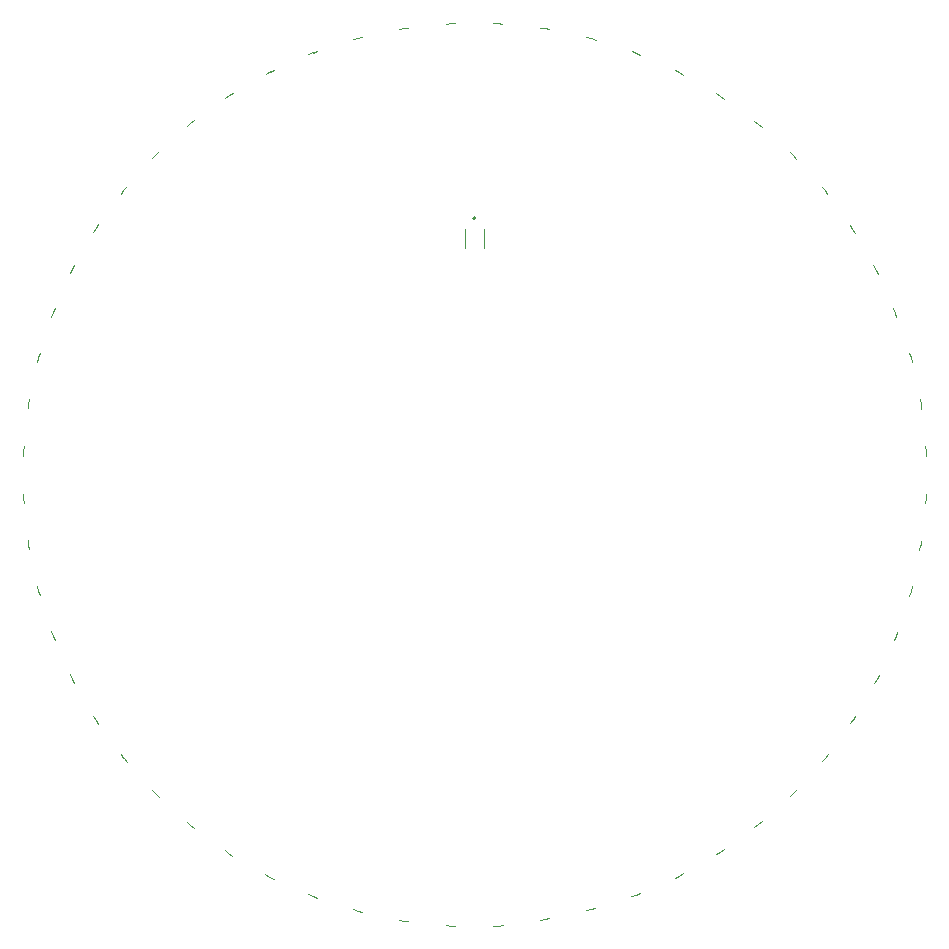
<source format=gto>
G04 #@! TF.GenerationSoftware,KiCad,Pcbnew,(5.1.5-0-10_14)*
G04 #@! TF.CreationDate,2021-01-17T15:29:47+09:00*
G04 #@! TF.ProjectId,LedClock,4c656443-6c6f-4636-9b2e-6b696361645f,1.0*
G04 #@! TF.SameCoordinates,Original*
G04 #@! TF.FileFunction,Legend,Top*
G04 #@! TF.FilePolarity,Positive*
%FSLAX46Y46*%
G04 Gerber Fmt 4.6, Leading zero omitted, Abs format (unit mm)*
G04 Created by KiCad (PCBNEW (5.1.5-0-10_14)) date 2021-01-17 15:29:47*
%MOMM*%
%LPD*%
G04 APERTURE LIST*
%ADD10C,0.200000*%
%ADD11C,0.120000*%
%ADD12C,0.100000*%
G04 APERTURE END LIST*
D10*
X100000Y21700000D02*
G75*
G03X100000Y21700000I-100000J0D01*
G01*
D11*
X-800000Y20800000D02*
X-800000Y19200000D01*
X800000Y20800000D02*
X800000Y19200000D01*
D12*
X-2399721Y38156302D02*
X-2001912Y38198114D01*
X-5980000Y37780000D02*
X-5582191Y37821811D01*
X-6378669Y37708482D02*
X-5987410Y37791647D01*
X-9900000Y36960000D02*
X-9508741Y37043165D01*
X-10266197Y36852461D02*
X-9885774Y36976068D01*
X-13690000Y35740000D02*
X-13309577Y35863607D01*
X-14051236Y35594252D02*
X-13685818Y35756947D01*
X-17340000Y34130000D02*
X-16974582Y34292695D01*
X-17682309Y33940000D02*
X-17335898Y34140000D01*
X-20800000Y32140000D02*
X-20453590Y32340000D01*
X-21127539Y31906027D02*
X-20803932Y32141141D01*
X-24040000Y29790000D02*
X-23716393Y30025114D01*
X-24364679Y29508870D02*
X-24067421Y29776522D01*
X-27040000Y27100000D02*
X-26742742Y27367652D01*
X-27311130Y26795321D02*
X-27043478Y27092579D01*
X-29720000Y24120000D02*
X-29452348Y24417258D01*
X-29953973Y23792461D02*
X-29718859Y24116068D01*
X-32070000Y20880000D02*
X-31834886Y21203607D01*
X-32260000Y20527691D02*
X-32060000Y20874102D01*
X-34060000Y17410000D02*
X-33860000Y17756410D01*
X-34225748Y17048764D02*
X-34063053Y17414182D01*
X-35690000Y13760000D02*
X-35527305Y14125418D01*
X-35817539Y13353803D02*
X-35693932Y13734226D01*
X-36930000Y9930000D02*
X-36806393Y10310423D01*
X-37021518Y9521331D02*
X-36938353Y9912590D01*
X-37770000Y6000000D02*
X-37686835Y6391259D01*
X-37813698Y5600279D02*
X-37771886Y5998088D01*
X-38190000Y2020000D02*
X-38148189Y2417809D01*
X-38200000Y1600000D02*
X-38200000Y2000000D01*
X-38200000Y-2000000D02*
X-38200000Y-1600000D01*
X-38146302Y-2379721D02*
X-38188114Y-1981912D01*
X-37770000Y-5960000D02*
X-37811811Y-5562191D01*
X-37668482Y-6308669D02*
X-37751647Y-5917410D01*
X-36920000Y-9830000D02*
X-37003165Y-9438741D01*
X-36792461Y-10206197D02*
X-36916068Y-9825774D01*
X-35680000Y-13630000D02*
X-35803607Y-13249577D01*
X-35524252Y-13991236D02*
X-35686947Y-13625818D01*
X-34060000Y-17280000D02*
X-34222695Y-16914582D01*
X-33860000Y-17622309D02*
X-34060000Y-17275898D01*
X-32060000Y-20740000D02*
X-32260000Y-20393590D01*
X-31826027Y-21077539D02*
X-32061141Y-20753932D01*
X-29710000Y-23990000D02*
X-29945114Y-23666393D01*
X-29438870Y-24304679D02*
X-29706522Y-24007421D01*
X-27030000Y-26980000D02*
X-27297652Y-26682742D01*
X-26735321Y-27261130D02*
X-27032579Y-26993478D01*
X-24060000Y-29670000D02*
X-24357258Y-29402348D01*
X-23742461Y-29913973D02*
X-24066068Y-29678859D01*
X-20830000Y-32030000D02*
X-21153607Y-31794886D01*
X-20487691Y-32250000D02*
X-20834102Y-32050000D01*
X-17370000Y-34050000D02*
X-17716410Y-33850000D01*
X-16988764Y-34235748D02*
X-17354182Y-34073053D01*
X-13700000Y-35700000D02*
X-14065418Y-35537305D01*
X-13313803Y-35827539D02*
X-13694226Y-35703932D01*
X-9890000Y-36940000D02*
X-10270423Y-36816393D01*
X-9501331Y-37031518D02*
X-9892590Y-36948353D01*
X-5980000Y-37780000D02*
X-6371259Y-37696835D01*
X-5580279Y-37823698D02*
X-5978088Y-37781886D01*
X-2000000Y-38200000D02*
X-2397809Y-38158189D01*
X-1600000Y-38200000D02*
X-2000000Y-38200000D01*
X2000000Y-38200000D02*
X1600000Y-38200000D01*
X2385035Y-38141023D02*
X1988928Y-38196692D01*
X5950000Y-37640000D02*
X5553893Y-37695669D01*
X6338669Y-37558482D02*
X5947410Y-37641647D01*
X9860000Y-36810000D02*
X9468741Y-36893165D01*
X10246197Y-36682461D02*
X9865774Y-36806068D01*
X13670000Y-35570000D02*
X13289577Y-35693607D01*
X14031236Y-35414252D02*
X13665818Y-35576947D01*
X17320000Y-33950000D02*
X16954582Y-34112695D01*
X17662309Y-33750000D02*
X17315898Y-33950000D01*
X20780000Y-31950000D02*
X20433590Y-32150000D01*
X21107539Y-31716027D02*
X20783932Y-31951141D01*
X24020000Y-29600000D02*
X23696393Y-29835114D01*
X24324679Y-29328870D02*
X24027421Y-29596522D01*
X27000000Y-26920000D02*
X26702742Y-27187652D01*
X27281130Y-26625321D02*
X27013478Y-26922579D01*
X29690000Y-23950000D02*
X29422348Y-24247258D01*
X29943973Y-23632461D02*
X29708859Y-23956068D01*
X32060000Y-20720000D02*
X31824886Y-21043607D01*
X32260000Y-20407691D02*
X32060000Y-20754102D01*
X34060000Y-17290000D02*
X33860000Y-17636410D01*
X34225748Y-16938764D02*
X34063053Y-17304182D01*
X35690000Y-13650000D02*
X35527305Y-14015418D01*
X35817539Y-13283803D02*
X35693932Y-13664226D01*
X36930000Y-9860000D02*
X36806393Y-10240423D01*
X37021518Y-9471331D02*
X36938353Y-9862590D01*
X37770000Y-5950000D02*
X37686835Y-6341259D01*
X37823698Y-5580279D02*
X37781886Y-5978088D01*
X38200000Y-2000000D02*
X38158189Y-2397809D01*
X38200000Y-1600000D02*
X38200000Y-2000000D01*
X38200000Y2000000D02*
X38200000Y1600000D01*
X38166302Y2399721D02*
X38208114Y2001912D01*
X37790000Y5980000D02*
X37831811Y5582191D01*
X37708482Y6408669D02*
X37791647Y6017410D01*
X36960000Y9930000D02*
X37043165Y9538741D01*
X36831273Y10317107D02*
X36968081Y9941230D01*
X35600000Y13700000D02*
X35736808Y13324123D01*
X35444252Y14071236D02*
X35606947Y13705818D01*
X33980000Y17360000D02*
X34142695Y16994582D01*
X33790000Y17712309D02*
X33990000Y17365898D01*
X31990000Y20830000D02*
X32190000Y20483590D01*
X31766027Y21157539D02*
X32001141Y20833932D01*
X29650000Y24070000D02*
X29885114Y23746393D01*
X29398870Y24364679D02*
X29666522Y24067421D01*
X26990000Y27040000D02*
X27257652Y26742742D01*
X26695321Y27311130D02*
X26992579Y27043478D01*
X24020000Y29720000D02*
X24317258Y29452348D01*
X23712461Y29953973D02*
X24036068Y29718859D01*
X20800000Y32070000D02*
X21123607Y31834886D01*
X20467691Y32270000D02*
X20814102Y32070000D01*
X17350000Y34070000D02*
X17696410Y33870000D01*
X16978764Y34235748D02*
X17344182Y34073053D01*
X13690000Y35700000D02*
X14055418Y35537305D01*
X13313803Y35827539D02*
X13694226Y35703932D01*
X9890000Y36940000D02*
X10270423Y36816393D01*
X9481331Y37031518D02*
X9872590Y36948353D01*
X5960000Y37780000D02*
X6351259Y37696835D01*
X5560279Y37823698D02*
X5958088Y37781886D01*
X1980000Y38200000D02*
X2377809Y38158189D01*
X1600000Y38200000D02*
X2000000Y38200000D01*
X-2000000Y38200000D02*
X-1600000Y38200000D01*
M02*

</source>
